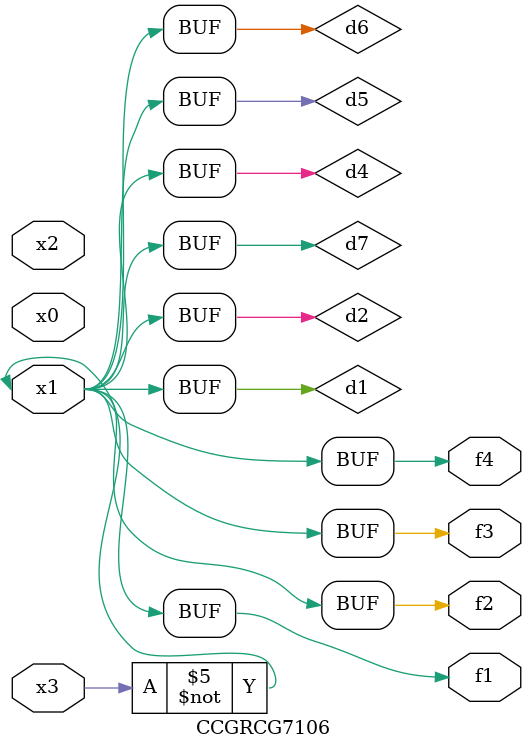
<source format=v>
module CCGRCG7106(
	input x0, x1, x2, x3,
	output f1, f2, f3, f4
);

	wire d1, d2, d3, d4, d5, d6, d7;

	not (d1, x3);
	buf (d2, x1);
	xnor (d3, d1, d2);
	nor (d4, d1);
	buf (d5, d1, d2);
	buf (d6, d4, d5);
	nand (d7, d4);
	assign f1 = d6;
	assign f2 = d7;
	assign f3 = d6;
	assign f4 = d6;
endmodule

</source>
